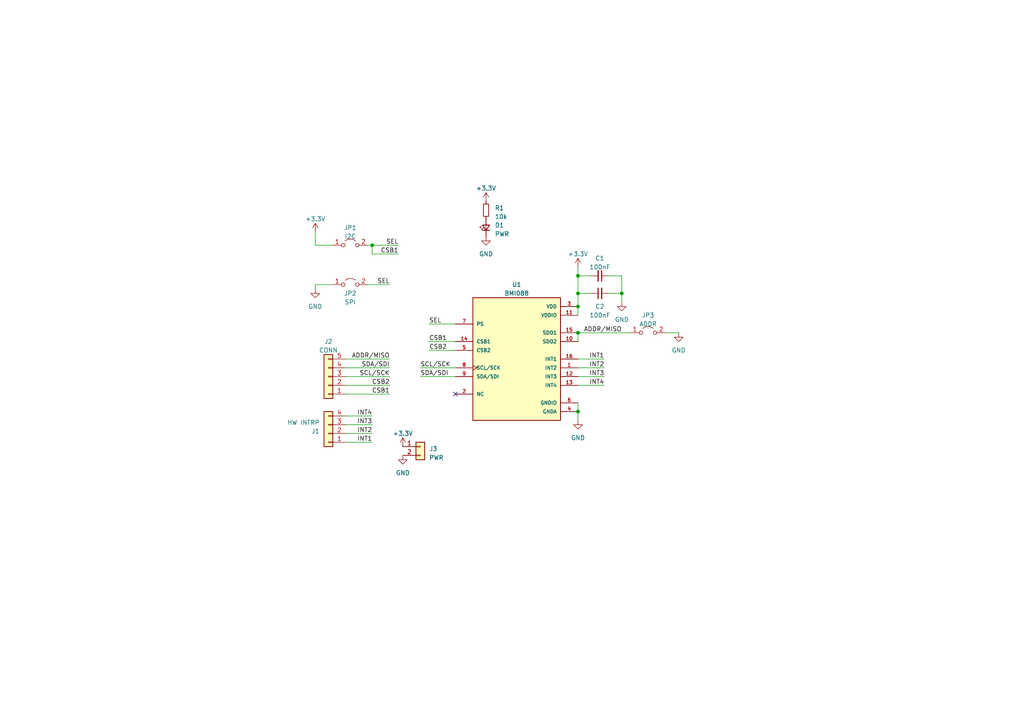
<source format=kicad_sch>
(kicad_sch (version 20230409) (generator eeschema)
  (paper "A4")
  (title_block (title "BMI088 Breakout") (date "2023-08-18") (rev "V1.0") (company "MUREX Robotics [Byran Huang]") (comment 1 "// ATTEMPT THE IMPOSSIBLE.") (comment 2 "// DO IT RIGHT. DO IT MUREX.") (comment 4 "BMI088 breakout board with I2C + SPI support"))
  (lib_symbols
    (symbol "BMI088:BMI088" (pin_names (offset 1.016))
      (property "Reference" "U" (at -12.7 18.415 0))
      (property "Value" "BMI088" (at -12.7 -20.32 0))
      (symbol "BMI088_0_0"
        (rectangle (start -12.7 -17.78) (end 12.7 17.78) (stroke (width 0.254)) (fill (type background)))
        (pin bidirectional line (at 17.78 -2.54 180) (length 5.08) (name "INT2") (number "1"))
        (pin output line (at 17.78 5.08 180) (length 5.08) (name "SDO2") (number "10"))
        (pin power_in line (at 17.78 12.7 180) (length 5.08) (name "VDDIO") (number "11"))
        (pin bidirectional line (at 17.78 -5.08 180) (length 5.08) (name "INT3") (number "12"))
        (pin bidirectional line (at 17.78 -7.62 180) (length 5.08) (name "INT4") (number "13"))
        (pin input line (at -17.78 5.08 0) (length 5.08) (name "CSB1") (number "14"))
        (pin output line (at 17.78 7.62 180) (length 5.08) (name "SDO1") (number "15"))
        (pin bidirectional line (at 17.78 0 180) (length 5.08) (name "INT1") (number "16"))
        (pin passive line (at -17.78 -10.16 0) (length 5.08) (name "NC") (number "2"))
        (pin power_in line (at 17.78 15.24 180) (length 5.08) (name "VDD") (number "3"))
        (pin power_in line (at 17.78 -15.24 180) (length 5.08) (name "GNDA") (number "4"))
        (pin input line (at -17.78 2.54 0) (length 5.08) (name "CSB2") (number "5"))
        (pin power_in line (at 17.78 -12.7 180) (length 5.08) (name "GNDIO") (number "6"))
        (pin input line (at -17.78 10.16 0) (length 5.08) (name "PS") (number "7"))
        (pin input clock (at -17.78 -2.54 0) (length 5.08) (name "SCL/SCK") (number "8"))
        (pin bidirectional line (at -17.78 -5.08 0) (length 5.08) (name "SDA/SDI") (number "9"))
      )
    )
    (symbol "Connector_Generic:Conn_01x02" (pin_names (offset 1.016) hide)
      (property "Reference" "J" (at 0 2.54 0))
      (property "Value" "Conn_01x02" (at 0 -5.08 0))
      (symbol "Conn_01x02_1_1"
        (rectangle (start -1.27 -2.413) (end 0 -2.667) (stroke (width 0.1524)))
        (rectangle (start -1.27 0.127) (end 0 -0.127) (stroke (width 0.1524)))
        (rectangle (start -1.27 1.27) (end 1.27 -3.81) (stroke (width 0.254)) (fill (type background)))
        (pin passive line (at -5.08 0 0) (length 3.81) (name "Pin_1") (number "1"))
        (pin passive line (at -5.08 -2.54 0) (length 3.81) (name "Pin_2") (number "2"))
      )
    )
    (symbol "Connector_Generic:Conn_01x04" (pin_names (offset 1.016) hide)
      (property "Reference" "J" (at 0 5.08 0))
      (property "Value" "Conn_01x04" (at 0 -7.62 0))
      (symbol "Conn_01x04_1_1"
        (rectangle (start -1.27 -4.953) (end 0 -5.207) (stroke (width 0.1524)))
        (rectangle (start -1.27 -2.413) (end 0 -2.667) (stroke (width 0.1524)))
        (rectangle (start -1.27 0.127) (end 0 -0.127) (stroke (width 0.1524)))
        (rectangle (start -1.27 2.667) (end 0 2.413) (stroke (width 0.1524)))
        (rectangle (start -1.27 3.81) (end 1.27 -6.35) (stroke (width 0.254)) (fill (type background)))
        (pin passive line (at -5.08 2.54 0) (length 3.81) (name "Pin_1") (number "1"))
        (pin passive line (at -5.08 0 0) (length 3.81) (name "Pin_2") (number "2"))
        (pin passive line (at -5.08 -2.54 0) (length 3.81) (name "Pin_3") (number "3"))
        (pin passive line (at -5.08 -5.08 0) (length 3.81) (name "Pin_4") (number "4"))
      )
    )
    (symbol "Connector_Generic:Conn_01x05" (pin_names (offset 1.016) hide)
      (property "Reference" "J" (at 0 7.62 0))
      (property "Value" "Conn_01x05" (at 0 -7.62 0))
      (symbol "Conn_01x05_1_1"
        (rectangle (start -1.27 -4.953) (end 0 -5.207) (stroke (width 0.1524)))
        (rectangle (start -1.27 -2.413) (end 0 -2.667) (stroke (width 0.1524)))
        (rectangle (start -1.27 0.127) (end 0 -0.127) (stroke (width 0.1524)))
        (rectangle (start -1.27 2.667) (end 0 2.413) (stroke (width 0.1524)))
        (rectangle (start -1.27 5.207) (end 0 4.953) (stroke (width 0.1524)))
        (rectangle (start -1.27 6.35) (end 1.27 -6.35) (stroke (width 0.254)) (fill (type background)))
        (pin passive line (at -5.08 5.08 0) (length 3.81) (name "Pin_1") (number "1"))
        (pin passive line (at -5.08 2.54 0) (length 3.81) (name "Pin_2") (number "2"))
        (pin passive line (at -5.08 0 0) (length 3.81) (name "Pin_3") (number "3"))
        (pin passive line (at -5.08 -2.54 0) (length 3.81) (name "Pin_4") (number "4"))
        (pin passive line (at -5.08 -5.08 0) (length 3.81) (name "Pin_5") (number "5"))
      )
    )
    (symbol "Device:C_Small" (pin_numbers hide) (pin_names (offset 0.254) hide)
      (property "Reference" "C" (at 0.254 1.778 0))
      (property "Value" "C_Small" (at 0.254 -2.032 0))
      (symbol "C_Small_0_1"
        (polyline (pts (xy -1.524 -0.508) (xy 1.524 -0.508)) (stroke (width 0.3302)))
        (polyline (pts (xy -1.524 0.508) (xy 1.524 0.508)) (stroke (width 0.3048)))
      )
      (symbol "C_Small_1_1"
        (pin passive line (at 0 2.54 270) (length 2.032) (name "~") (number "1"))
        (pin passive line (at 0 -2.54 90) (length 2.032) (name "~") (number "2"))
      )
    )
    (symbol "Device:LED_Small" (pin_numbers hide) (pin_names (offset 0.254) hide)
      (property "Reference" "D" (at -1.27 3.175 0))
      (property "Value" "LED_Small" (at -4.445 -2.54 0))
      (symbol "LED_Small_0_1"
        (polyline (pts (xy -0.762 -1.016) (xy -0.762 1.016)) (stroke (width 0.254)))
        (polyline (pts (xy 1.016 0) (xy -0.762 0)))
        (polyline (pts (xy 0.762 -1.016) (xy -0.762 0) (xy 0.762 1.016) (xy 0.762 -1.016)) (stroke (width 0.254)))
        (polyline (pts (xy 0 0.762) (xy -0.508 1.27) (xy -0.254 1.27) (xy -0.508 1.27) (xy -0.508 1.016)))
        (polyline (pts (xy 0.508 1.27) (xy 0 1.778) (xy 0.254 1.778) (xy 0 1.778) (xy 0 1.524)))
      )
      (symbol "LED_Small_1_1"
        (pin passive line (at -2.54 0 0) (length 1.778) (name "K") (number "1"))
        (pin passive line (at 2.54 0 180) (length 1.778) (name "A") (number "2"))
      )
    )
    (symbol "Device:R_Small" (pin_numbers hide) (pin_names (offset 0.254) hide)
      (property "Reference" "R" (at 0.762 0.508 0))
      (property "Value" "R_Small" (at 0.762 -1.016 0))
      (symbol "R_Small_0_1"
        (rectangle (start -0.762 1.778) (end 0.762 -1.778) (stroke (width 0.2032)))
      )
      (symbol "R_Small_1_1"
        (pin passive line (at 0 2.54 270) (length 0.762) (name "~") (number "1"))
        (pin passive line (at 0 -2.54 90) (length 0.762) (name "~") (number "2"))
      )
    )
    (symbol "Jumper:Jumper_2_Open" (pin_names (offset 0) hide)
      (property "Reference" "JP" (at 0 2.794 0))
      (property "Value" "Jumper_2_Open" (at 0 -2.286 0))
      (symbol "Jumper_2_Open_0_0"
        (circle (center -2.032 0) (radius 0.508))
        (circle (center 2.032 0) (radius 0.508))
      )
      (symbol "Jumper_2_Open_0_1"
        (arc (start 1.524 1.27) (mid 0 1.778) (end -1.524 1.27))
      )
      (symbol "Jumper_2_Open_1_1"
        (pin passive line (at -5.08 0 0) (length 2.54) (name "A") (number "1"))
        (pin passive line (at 5.08 0 180) (length 2.54) (name "B") (number "2"))
      )
    )
    (symbol "power:+3.3V" (power) (pin_names (offset 0))
      (property "Value" "+3.3V" (at 0 3.556 0))
      (symbol "+3.3V_0_1"
        (polyline (pts (xy -0.762 1.27) (xy 0 2.54)))
        (polyline (pts (xy 0 0) (xy 0 2.54)))
        (polyline (pts (xy 0 2.54) (xy 0.762 1.27)))
      )
      (symbol "+3.3V_1_1"
        (pin power_in line (at 0 0 90) (length 0) hide (name "+3.3V") (number "1"))
      )
    )
    (symbol "power:GND" (power) (pin_names (offset 0))
      (property "Value" "GND" (at 0 -3.81 0))
      (symbol "GND_0_1"
        (polyline (pts (xy 0 0) (xy 0 -1.27) (xy 1.27 -1.27) (xy 0 -2.54) (xy -1.27 -1.27) (xy 0 -1.27)))
      )
      (symbol "GND_1_1"
        (pin power_in line (at 0 0 270) (length 0) hide (name "GND") (number "1"))
      )
    )
  )
  (junction (at 167.64 85.09))
  (junction (at 180.34 85.09))
  (junction (at 167.64 88.9))
  (junction (at 167.64 80.01))
  (junction (at 167.64 96.52))
  (junction (at 107.95 71.12))
  (junction (at 167.64 119.38))
  (no_connect (at 132.08 114.3))
  (wire (pts (xy 124.46 101.6) (xy 132.08 101.6)))
  (wire (pts (xy 124.46 93.98) (xy 132.08 93.98)))
  (wire (pts (xy 91.44 82.55) (xy 96.52 82.55)))
  (wire (pts (xy 121.92 106.68) (xy 132.08 106.68)))
  (wire (pts (xy 167.64 88.9) (xy 167.64 91.44)))
  (wire (pts (xy 176.53 80.01) (xy 180.34 80.01)))
  (wire (pts (xy 167.64 96.52) (xy 182.88 96.52)))
  (wire (pts (xy 100.33 109.22) (xy 113.03 109.22)))
  (wire (pts (xy 124.46 99.06) (xy 132.08 99.06)))
  (wire (pts (xy 100.33 104.14) (xy 113.03 104.14)))
  (wire (pts (xy 167.64 119.38) (xy 167.64 121.92)))
  (wire (pts (xy 167.64 111.76) (xy 175.26 111.76)))
  (wire (pts (xy 167.64 85.09) (xy 171.45 85.09)))
  (wire (pts (xy 180.34 80.01) (xy 180.34 85.09)))
  (wire (pts (xy 100.33 106.68) (xy 113.03 106.68)))
  (wire (pts (xy 91.44 71.12) (xy 96.52 71.12)))
  (wire (pts (xy 167.64 80.01) (xy 167.64 85.09)))
  (wire (pts (xy 107.95 120.65) (xy 100.33 120.65)))
  (wire (pts (xy 107.95 123.19) (xy 100.33 123.19)))
  (wire (pts (xy 115.57 73.66) (xy 107.95 73.66)))
  (wire (pts (xy 180.34 85.09) (xy 180.34 87.63)))
  (wire (pts (xy 193.04 96.52) (xy 196.85 96.52)))
  (wire (pts (xy 167.64 85.09) (xy 167.64 88.9)))
  (wire (pts (xy 106.68 71.12) (xy 107.95 71.12)))
  (wire (pts (xy 91.44 67.31) (xy 91.44 71.12)))
  (wire (pts (xy 91.44 83.82) (xy 91.44 82.55)))
  (wire (pts (xy 107.95 73.66) (xy 107.95 71.12)))
  (wire (pts (xy 167.64 96.52) (xy 167.64 99.06)))
  (wire (pts (xy 167.64 106.68) (xy 175.26 106.68)))
  (wire (pts (xy 100.33 114.3) (xy 113.03 114.3)))
  (wire (pts (xy 167.64 77.47) (xy 167.64 80.01)))
  (wire (pts (xy 167.64 109.22) (xy 175.26 109.22)))
  (wire (pts (xy 107.95 128.27) (xy 100.33 128.27)))
  (wire (pts (xy 107.95 125.73) (xy 100.33 125.73)))
  (wire (pts (xy 121.92 109.22) (xy 132.08 109.22)))
  (wire (pts (xy 100.33 111.76) (xy 113.03 111.76)))
  (wire (pts (xy 107.95 71.12) (xy 115.57 71.12)))
  (wire (pts (xy 167.64 104.14) (xy 175.26 104.14)))
  (wire (pts (xy 167.64 80.01) (xy 171.45 80.01)))
  (wire (pts (xy 167.64 116.84) (xy 167.64 119.38)))
  (wire (pts (xy 176.53 85.09) (xy 180.34 85.09)))
  (wire (pts (xy 106.68 82.55) (xy 113.03 82.55)))
  (label "ADDR{slash}MISO" (at 180.34 96.52 180))
  (label "CSB1" (at 124.46 99.06 0))
  (label "SEL" (at 113.03 82.55 180))
  (label "INT4" (at 107.95 120.65 180))
  (label "INT3" (at 175.26 109.22 180))
  (label "SCL{slash}SCK" (at 113.03 109.22 180))
  (label "ADDR{slash}MISO" (at 113.03 104.14 180))
  (label "INT2" (at 175.26 106.68 180))
  (label "SCL{slash}SCK" (at 121.92 106.68 0))
  (label "SDA{slash}SDI" (at 113.03 106.68 180))
  (label "INT4" (at 175.26 111.76 180))
  (label "CSB1" (at 113.03 114.3 180))
  (label "INT1" (at 175.26 104.14 180))
  (label "INT2" (at 107.95 125.73 180))
  (label "SEL" (at 115.57 71.12 180))
  (label "CSB1" (at 115.57 73.66 180))
  (label "INT3" (at 107.95 123.19 180))
  (label "CSB2" (at 124.46 101.6 0))
  (label "INT1" (at 107.95 128.27 180))
  (label "CSB2" (at 113.03 111.76 180))
  (label "SDA{slash}SDI" (at 121.92 109.22 0))
  (label "SEL" (at 124.46 93.98 0))
  (symbol (lib_id "Jumper:Jumper_2_Open") (at 101.6 71.12 0) (unit 1)
    (property "Reference" "JP1" (at 101.6 66.04 0))
    (property "Value" "I2C" (at 101.6 68.58 0))
    (property "Footprint" "Jumper:SolderJumper-2_P1.3mm_Open_Pad1.0x1.5mm" (effects hide))
  )
  (symbol (lib_id "Connector_Generic:Conn_01x05") (at 95.25 109.22 180) (unit 1)
    (property "Reference" "J2" (at 95.25 99.06 0))
    (property "Value" "CONN" (at 95.25 101.6 0))
    (property "Footprint" "Connector_PinHeader_2.54mm:PinHeader_1x05_P2.54mm_Vertical" (effects hide))
  )
  (symbol (lib_id "power:GND") (at 180.34 87.63 0) (unit 1)
    (property "Reference" "#PWR03" (effects hide))
    (property "Value" "GND" (at 180.34 92.71 0))
  )
  (symbol (lib_id "Connector_Generic:Conn_01x04") (at 95.25 125.73 180) (unit 1)
    (property "Reference" "J1" (at 92.71 125.095 0) (effects (justify left)))
    (property "Value" "HW INTRP" (at 92.71 122.555 0) (effects (justify left)))
    (property "Footprint" "Connector_PinHeader_2.54mm:PinHeader_1x04_P2.54mm_Vertical" (effects hide))
  )
  (symbol (lib_id "Device:R_Small") (at 140.97 60.96 0) (unit 1)
    (property "Reference" "R1" (at 143.51 60.325 0) (effects (justify left)))
    (property "Value" "10k" (at 143.51 62.865 0) (effects (justify left)))
    (property "Footprint" "Resistor_SMD:R_0603_1608Metric" (effects hide))
  )
  (symbol (lib_id "Device:C_Small") (at 173.99 85.09 90) (unit 1)
    (property "Reference" "C2" (at 173.9963 88.9 90))
    (property "Value" "100nF" (at 173.9963 91.44 90))
    (property "Footprint" "Capacitor_SMD:C_0603_1608Metric" (effects hide))
  )
  (symbol (lib_id "power:+3.3V") (at 167.64 77.47 0) (unit 1)
    (property "Reference" "#PWR02" (effects hide))
    (property "Value" "+3.3V" (at 167.64 73.66 0))
  )
  (symbol (lib_id "Jumper:Jumper_2_Open") (at 101.6 82.55 0) (unit 1)
    (property "Reference" "JP2" (at 101.6 85.09 0))
    (property "Value" "SPI" (at 101.6 87.63 0))
    (property "Footprint" "Jumper:SolderJumper-2_P1.3mm_Open_Pad1.0x1.5mm" (effects hide))
  )
  (symbol (lib_id "Device:C_Small") (at 173.99 80.01 270) (unit 1)
    (property "Reference" "C1" (at 173.9836 74.93 90))
    (property "Value" "100nF" (at 173.9836 77.47 90))
    (property "Footprint" "Capacitor_SMD:C_0603_1608Metric" (effects hide))
  )
  (symbol (lib_id "power:GND") (at 167.64 121.92 0) (unit 1)
    (property "Reference" "#PWR01" (effects hide))
    (property "Value" "GND" (at 167.64 127 0))
  )
  (symbol (lib_id "Jumper:Jumper_2_Open") (at 187.96 96.52 0) (unit 1)
    (property "Reference" "JP3" (at 187.96 91.44 0))
    (property "Value" "ADDR" (at 187.96 93.98 0))
    (property "Footprint" "Jumper:SolderJumper-2_P1.3mm_Open_Pad1.0x1.5mm" (effects hide))
  )
  (symbol (lib_id "power:GND") (at 140.97 68.58 0) (unit 1)
    (property "Reference" "#PWR09" (effects hide))
    (property "Value" "GND" (at 140.97 73.66 0))
  )
  (symbol (lib_id "Device:LED_Small") (at 140.97 66.04 90) (unit 1)
    (property "Reference" "D1" (at 143.51 65.3415 90) (effects (justify right)))
    (property "Value" "PWR" (at 143.51 67.8815 90) (effects (justify right)))
    (property "Footprint" "LED_SMD:LED_0603_1608Metric" (effects hide))
  )
  (symbol (lib_id "BMI088:BMI088") (at 149.86 104.14 0) (unit 1)
    (property "Reference" "U1" (at 149.86 82.55 0))
    (property "Value" "BMI088" (at 149.86 85.09 0))
    (property "Footprint" "BMI088:PQFN50P450X300X100-16N" (effects hide))
    (property "MF" "Bosch Sensortec" (effects hide))
    (property "PURCHASE-URL" "https://pricing.snapeda.com/search/part/BMI088/?ref=eda" (effects hide))
    (property "PACKAGE" "VFLGA-16 Bosch Sensortec" (effects hide))
    (property "PRICE" "None" (effects hide))
    (property "MP" "BMI088" (effects hide))
    (property "AVAILABILITY" "In Stock" (effects hide))
    (property "DESCRIPTION" "Accelerometer, Gyroscope, 6 Axis Sensor I²C, SPI Output" (effects hide))
  )
  (symbol (lib_id "power:GND") (at 91.44 83.82 0) (unit 1)
    (property "Reference" "#PWR05" (effects hide))
    (property "Value" "GND" (at 91.44 88.9 0))
  )
  (symbol (lib_id "power:+3.3V") (at 140.97 58.42 0) (unit 1)
    (property "Reference" "#PWR010" (effects hide))
    (property "Value" "+3.3V" (at 140.97 54.61 0))
  )
  (symbol (lib_id "power:+3.3V") (at 116.84 129.54 0) (unit 1)
    (property "Reference" "#PWR07" (effects hide))
    (property "Value" "+3.3V" (at 116.84 125.73 0))
  )
  (symbol (lib_id "power:+3.3V") (at 91.44 67.31 0) (unit 1)
    (property "Reference" "#PWR04" (effects hide))
    (property "Value" "+3.3V" (at 91.44 63.5 0))
  )
  (symbol (lib_id "Connector_Generic:Conn_01x02") (at 121.92 129.54 0) (unit 1)
    (property "Reference" "J3" (at 124.46 130.175 0) (effects (justify left)))
    (property "Value" "PWR" (at 124.46 132.715 0) (effects (justify left)))
    (property "Footprint" "Connector_PinHeader_2.54mm:PinHeader_1x02_P2.54mm_Vertical" (effects hide))
  )
  (symbol (lib_id "power:GND") (at 116.84 132.08 0) (unit 1)
    (property "Reference" "#PWR08" (effects hide))
    (property "Value" "GND" (at 116.84 137.16 0))
  )
  (symbol (lib_id "power:GND") (at 196.85 96.52 0) (unit 1)
    (property "Reference" "#PWR06" (effects hide))
    (property "Value" "GND" (at 196.85 101.6 0))
  )
)
</source>
